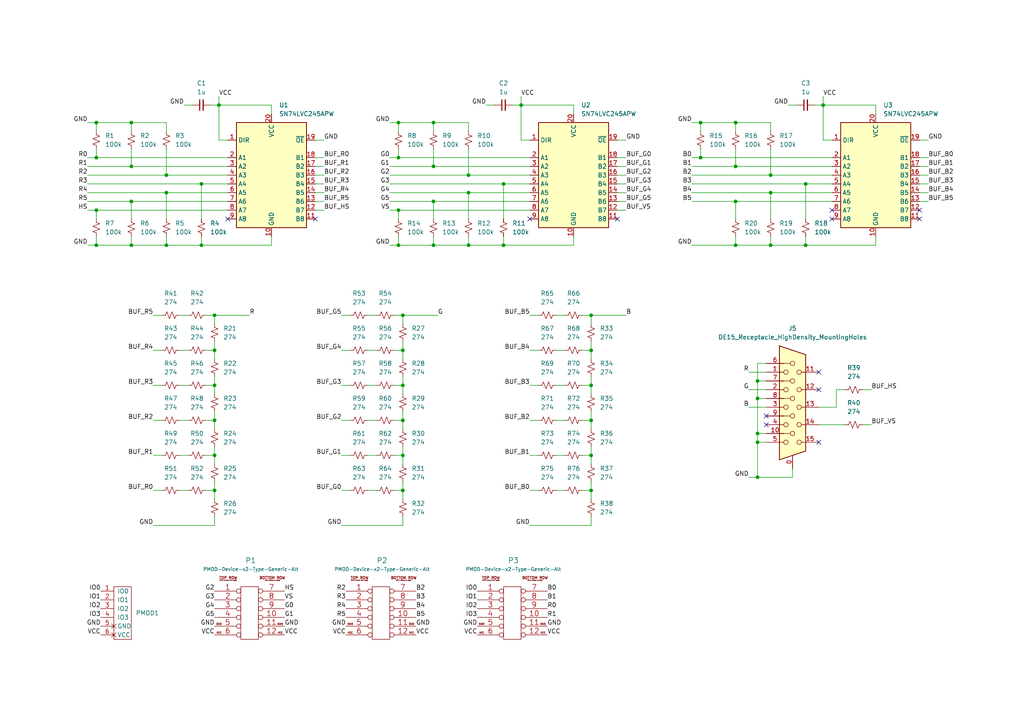
<source format=kicad_sch>
(kicad_sch (version 20231120) (generator "eeschema") (generator_version "8.0")
  (paper "A4")
  (lib_symbols
    (symbol "Connector:DE15_Receptacle_HighDensity_MountingHoles" (pin_names (offset 1.016) hide)
      (property "Reference" "J" (at 0 21.59 0))
      (property "Value" "DE15_Receptacle_HighDensity_MountingHoles" (at 0 19.05 0))
      (symbol "DE15_Receptacle_HighDensity_MountingHoles_1_1"
        (pin passive line (at 0 -17.78 90) (length 3.81) (name "~") (number "0"))
        (pin passive line (at -7.62 10.16 0) (length 5.08) (name "~") (number "1"))
        (pin passive line (at -7.62 -7.62 0) (length 5.08) (name "~") (number "10"))
        (pin passive line (at 7.62 10.16 180) (length 5.08) (name "~") (number "11"))
        (pin passive line (at 7.62 5.08 180) (length 5.08) (name "~") (number "12"))
        (pin passive line (at 7.62 0 180) (length 5.08) (name "~") (number "13"))
        (pin passive line (at 7.62 -5.08 180) (length 5.08) (name "~") (number "14"))
        (pin passive line (at 7.62 -10.16 180) (length 5.08) (name "~") (number "15"))
        (pin passive line (at -7.62 5.08 0) (length 5.08) (name "~") (number "2"))
        (pin passive line (at -7.62 0 0) (length 5.08) (name "~") (number "3"))
        (pin passive line (at -7.62 -5.08 0) (length 5.08) (name "~") (number "4"))
        (pin passive line (at -7.62 -10.16 0) (length 5.08) (name "~") (number "5"))
        (pin passive line (at -7.62 12.7 0) (length 5.08) (name "~") (number "6"))
        (pin passive line (at -7.62 7.62 0) (length 5.08) (name "~") (number "7"))
        (pin passive line (at -7.62 2.54 0) (length 5.08) (name "~") (number "8"))
        (pin passive line (at -7.62 -2.54 0) (length 5.08) (name "~") (number "9"))
      )
    )
    (symbol "Device:C_Small" (pin_numbers hide) (pin_names (offset 0.254) hide)
      (property "Reference" "C" (at 0.254 1.778 0))
      (property "Value" "C_Small" (at 0.254 -2.032 0))
      (symbol "C_Small_1_1"
        (pin passive line (at 0 2.54 270) (length 2.032) (name "~") (number "1"))
        (pin passive line (at 0 -2.54 90) (length 2.032) (name "~") (number "2"))
      )
    )
    (symbol "Device:R_Small_US" (pin_numbers hide) (pin_names (offset 0.254) hide)
      (property "Reference" "R" (at 0.762 0.508 0))
      (property "Value" "R_Small_US" (at 0.762 -1.016 0))
      (symbol "R_Small_US_1_1"
        (pin passive line (at 0 2.54 270) (length 1.016) (name "~") (number "1"))
        (pin passive line (at 0 -2.54 90) (length 1.016) (name "~") (number "2"))
      )
    )
    (symbol "Logic_LevelTranslator:SN74LVC245APW"
      (property "Reference" "U" (at -10.16 17.78 0))
      (property "Value" "SN74LVC245APW" (at 10.16 17.78 0))
      (symbol "SN74LVC245APW_1_1"
        (pin input line (at -12.7 10.16 0) (length 2.54) (name "DIR") (number "1"))
        (pin power_in line (at 0 -17.78 90) (length 2.54) (name "GND") (number "10"))
        (pin bidirectional line (at 12.7 -12.7 180) (length 2.54) (name "B8") (number "11"))
        (pin bidirectional line (at 12.7 -10.16 180) (length 2.54) (name "B7") (number "12"))
        (pin bidirectional line (at 12.7 -7.62 180) (length 2.54) (name "B6") (number "13"))
        (pin bidirectional line (at 12.7 -5.08 180) (length 2.54) (name "B5") (number "14"))
        (pin bidirectional line (at 12.7 -2.54 180) (length 2.54) (name "B4") (number "15"))
        (pin bidirectional line (at 12.7 0 180) (length 2.54) (name "B3") (number "16"))
        (pin bidirectional line (at 12.7 2.54 180) (length 2.54) (name "B2") (number "17"))
        (pin bidirectional line (at 12.7 5.08 180) (length 2.54) (name "B1") (number "18"))
        (pin input line (at 12.7 10.16 180) (length 2.54) (name "~{OE}") (number "19"))
        (pin bidirectional line (at -12.7 5.08 0) (length 2.54) (name "A1") (number "2"))
        (pin power_in line (at 0 17.78 270) (length 2.54) (name "VCC") (number "20"))
        (pin bidirectional line (at -12.7 2.54 0) (length 2.54) (name "A2") (number "3"))
        (pin bidirectional line (at -12.7 0 0) (length 2.54) (name "A3") (number "4"))
        (pin bidirectional line (at -12.7 -2.54 0) (length 2.54) (name "A4") (number "5"))
        (pin bidirectional line (at -12.7 -5.08 0) (length 2.54) (name "A5") (number "6"))
        (pin bidirectional line (at -12.7 -7.62 0) (length 2.54) (name "A6") (number "7"))
        (pin bidirectional line (at -12.7 -10.16 0) (length 2.54) (name "A7") (number "8"))
        (pin bidirectional line (at -12.7 -12.7 0) (length 2.54) (name "A8") (number "9"))
      )
    )
    (symbol "pmod:PMOD-Device-x2-Type-Generic-Alt" (pin_names (offset 1.016) hide)
      (property "Reference" "P" (at 2.54 16.51 0))
      (property "Value" "PMOD-Device-x2-Type-Generic-Alt" (at 2.286 -1.016 0))
      (symbol "PMOD-Device-x2-Type-Generic-Alt_0_0"
        (text "(Pins closest to edge)" (at -4.064 17.272 0) (effects (font (size 0.254 0.254)) (justify top)))
        (text "(Pins furthest from edge)" (at 8.763 17.272 0) (effects (font (size 0.254 0.254)) (justify top)))
        (text "BOTTOM ROW" (at -4.064 18.288 0) (effects (font (size 0.762 0.762)) (justify top)))
        (text "GND" (at -6.35 4.445 0) (effects (font (size 0.508 0.508))))
        (text "GND" (at 11.43 4.445 0) (effects (font (size 0.508 0.508))))
        (text "TOP ROW" (at 8.763 18.288 0) (effects (font (size 0.762 0.762)) (justify top)))
        (text "VCC" (at -6.35 1.905 0) (effects (font (size 0.508 0.508))))
        (text "VCC" (at 11.43 1.905 0) (effects (font (size 0.508 0.508))))
      )
      (symbol "PMOD-Device-x2-Type-Generic-Alt_1_1"
        (pin passive inverted (at 12.7 13.97 180) (length 7.62) (name "P1") (number "1"))
        (pin passive inverted (at -7.62 6.35 0) (length 7.62) (name "P10") (number "10"))
        (pin passive inverted (at -7.62 3.81 0) (length 7.62) (name "P11") (number "11"))
        (pin passive inverted (at -7.62 1.27 0) (length 7.62) (name "P12") (number "12"))
        (pin passive inverted (at 12.7 11.43 180) (length 7.62) (name "P2") (number "2"))
        (pin passive inverted (at 12.7 8.89 180) (length 7.62) (name "P3") (number "3"))
        (pin passive inverted (at 12.7 6.35 180) (length 7.62) (name "P4") (number "4"))
        (pin passive inverted (at 12.7 3.81 180) (length 7.62) (name "P5") (number "5"))
        (pin passive inverted (at 12.7 1.27 180) (length 7.62) (name "P6") (number "6"))
        (pin passive inverted (at -7.62 13.97 0) (length 7.62) (name "P7") (number "7"))
        (pin passive inverted (at -7.62 11.43 0) (length 7.62) (name "P8") (number "8"))
        (pin passive inverted (at -7.62 8.89 0) (length 7.62) (name "P9") (number "9"))
      )
    )
    (symbol "pmod:PMOD-Host-x1-GPIO" (pin_names (offset 1.016))
      (property "Reference" "PMOD" (at -1.27 -1.27 0))
      (symbol "PMOD-Host-x1-GPIO_1_1"
        (pin bidirectional line (at -3.81 13.97 0) (length 3.81) (name "IO0") (number "1"))
        (pin bidirectional line (at -3.81 11.43 0) (length 3.81) (name "IO1") (number "2"))
        (pin bidirectional line (at -3.81 8.89 0) (length 3.81) (name "IO2") (number "3"))
        (pin bidirectional line (at -3.81 6.35 0) (length 3.81) (name "IO3") (number "4"))
        (pin power_in non_logic (at -3.81 3.81 0) (length 3.81) (name "GND") (number "5"))
        (pin power_in non_logic (at -3.81 1.27 0) (length 3.81) (name "VCC") (number "6"))
      )
    )
  )
  (junction (at 171.45 91.44))
  (junction (at 27.94 45.72))
  (junction (at 116.84 91.44))
  (junction (at 171.45 121.92))
  (junction (at 233.68 71.12))
  (junction (at 151.13 30.48))
  (junction (at 219.71 138.43))
  (junction (at 171.45 111.76))
  (junction (at 219.71 115.57))
  (junction (at 115.57 60.96))
  (junction (at 213.36 58.42))
  (junction (at 203.2 45.72))
  (junction (at 219.71 128.27))
  (junction (at 48.26 71.12))
  (junction (at 213.36 48.26))
  (junction (at 223.52 71.12))
  (junction (at 62.23 121.92))
  (junction (at 238.76 30.48))
  (junction (at 135.89 71.12))
  (junction (at 38.1 58.42))
  (junction (at 38.1 71.12))
  (junction (at 115.57 71.12))
  (junction (at 223.52 50.8))
  (junction (at 171.45 132.08))
  (junction (at 213.36 35.56))
  (junction (at 116.84 132.08))
  (junction (at 116.84 111.76))
  (junction (at 27.94 60.96))
  (junction (at 213.36 71.12))
  (junction (at 135.89 55.88))
  (junction (at 62.23 101.6))
  (junction (at 171.45 142.24))
  (junction (at 125.73 35.56))
  (junction (at 58.42 53.34))
  (junction (at 62.23 111.76))
  (junction (at 62.23 142.24))
  (junction (at 62.23 91.44))
  (junction (at 219.71 110.49))
  (junction (at 38.1 48.26))
  (junction (at 125.73 58.42))
  (junction (at 115.57 45.72))
  (junction (at 125.73 48.26))
  (junction (at 125.73 71.12))
  (junction (at 135.89 50.8))
  (junction (at 219.71 125.73))
  (junction (at 171.45 101.6))
  (junction (at 116.84 121.92))
  (junction (at 27.94 35.56))
  (junction (at 203.2 35.56))
  (junction (at 116.84 101.6))
  (junction (at 233.68 53.34))
  (junction (at 62.23 132.08))
  (junction (at 223.52 55.88))
  (junction (at 58.42 71.12))
  (junction (at 38.1 35.56))
  (junction (at 48.26 55.88))
  (junction (at 48.26 50.8))
  (junction (at 27.94 71.12))
  (junction (at 115.57 35.56))
  (junction (at 146.05 53.34))
  (junction (at 63.5 30.48))
  (junction (at 146.05 71.12))
  (junction (at 116.84 142.24))
  (no_connect (at 153.67 63.5))
  (no_connect (at 266.7 63.5))
  (no_connect (at 237.49 113.03))
  (no_connect (at 179.07 63.5))
  (no_connect (at 222.25 123.19))
  (no_connect (at 237.49 107.95))
  (no_connect (at 237.49 128.27))
  (no_connect (at 66.04 63.5))
  (no_connect (at 266.7 60.96))
  (no_connect (at 91.44 63.5))
  (no_connect (at 241.3 60.96))
  (no_connect (at 241.3 63.5))
  (no_connect (at 222.25 120.65))
  (wire (pts (xy 242.57 113.03) (xy 245.11 113.03)))
  (wire (pts (xy 179.07 45.72) (xy 181.61 45.72)))
  (wire (pts (xy 125.73 35.56) (xy 135.89 35.56)))
  (wire (pts (xy 151.13 30.48) (xy 166.37 30.48)))
  (wire (pts (xy 125.73 71.12) (xy 135.89 71.12)))
  (wire (pts (xy 91.44 58.42) (xy 93.98 58.42)))
  (wire (pts (xy 200.66 53.34) (xy 233.68 53.34)))
  (wire (pts (xy 62.23 124.46) (xy 62.23 121.92)))
  (wire (pts (xy 91.44 40.64) (xy 93.98 40.64)))
  (wire (pts (xy 223.52 50.8) (xy 241.3 50.8)))
  (wire (pts (xy 168.91 91.44) (xy 171.45 91.44)))
  (wire (pts (xy 151.13 40.64) (xy 153.67 40.64)))
  (wire (pts (xy 135.89 68.58) (xy 135.89 71.12)))
  (wire (pts (xy 266.7 50.8) (xy 269.24 50.8)))
  (wire (pts (xy 171.45 144.78) (xy 171.45 142.24)))
  (wire (pts (xy 166.37 71.12) (xy 166.37 68.58)))
  (wire (pts (xy 63.5 27.94) (xy 63.5 30.48)))
  (wire (pts (xy 27.94 35.56) (xy 25.4 35.56)))
  (wire (pts (xy 231.14 30.48) (xy 228.6 30.48)))
  (wire (pts (xy 153.67 91.44) (xy 156.21 91.44)))
  (wire (pts (xy 166.37 30.48) (xy 166.37 33.02)))
  (wire (pts (xy 223.52 68.58) (xy 223.52 71.12)))
  (wire (pts (xy 219.71 125.73) (xy 222.25 125.73)))
  (wire (pts (xy 161.29 111.76) (xy 163.83 111.76)))
  (wire (pts (xy 27.94 60.96) (xy 25.4 60.96)))
  (wire (pts (xy 127 91.44) (xy 116.84 91.44)))
  (wire (pts (xy 27.94 43.18) (xy 27.94 45.72)))
  (wire (pts (xy 114.3 101.6) (xy 116.84 101.6)))
  (wire (pts (xy 179.07 53.34) (xy 181.61 53.34)))
  (wire (pts (xy 59.69 111.76) (xy 62.23 111.76)))
  (wire (pts (xy 156.21 142.24) (xy 153.67 142.24)))
  (wire (pts (xy 91.44 60.96) (xy 93.98 60.96)))
  (wire (pts (xy 168.91 142.24) (xy 171.45 142.24)))
  (wire (pts (xy 151.13 40.64) (xy 151.13 30.48)))
  (wire (pts (xy 27.94 68.58) (xy 27.94 71.12)))
  (wire (pts (xy 135.89 38.1) (xy 135.89 35.56)))
  (wire (pts (xy 58.42 53.34) (xy 66.04 53.34)))
  (wire (pts (xy 222.25 105.41) (xy 219.71 105.41)))
  (wire (pts (xy 48.26 68.58) (xy 48.26 71.12)))
  (wire (pts (xy 222.25 128.27) (xy 219.71 128.27)))
  (wire (pts (xy 250.19 123.19) (xy 252.73 123.19)))
  (wire (pts (xy 238.76 30.48) (xy 254 30.48)))
  (wire (pts (xy 58.42 53.34) (xy 58.42 63.5)))
  (wire (pts (xy 213.36 35.56) (xy 223.52 35.56)))
  (wire (pts (xy 168.91 132.08) (xy 171.45 132.08)))
  (wire (pts (xy 217.17 138.43) (xy 219.71 138.43)))
  (wire (pts (xy 101.6 111.76) (xy 99.06 111.76)))
  (wire (pts (xy 62.23 114.3) (xy 62.23 111.76)))
  (wire (pts (xy 116.84 93.98) (xy 116.84 91.44)))
  (wire (pts (xy 266.7 40.64) (xy 269.24 40.64)))
  (wire (pts (xy 27.94 35.56) (xy 38.1 35.56)))
  (wire (pts (xy 44.45 132.08) (xy 46.99 132.08)))
  (wire (pts (xy 116.84 149.86) (xy 116.84 152.4)))
  (wire (pts (xy 179.07 50.8) (xy 181.61 50.8)))
  (wire (pts (xy 254 71.12) (xy 254 68.58)))
  (wire (pts (xy 219.71 125.73) (xy 219.71 115.57)))
  (wire (pts (xy 125.73 68.58) (xy 125.73 71.12)))
  (wire (pts (xy 27.94 71.12) (xy 38.1 71.12)))
  (wire (pts (xy 101.6 142.24) (xy 99.06 142.24)))
  (wire (pts (xy 223.52 38.1) (xy 223.52 35.56)))
  (wire (pts (xy 38.1 35.56) (xy 48.26 35.56)))
  (wire (pts (xy 116.84 114.3) (xy 116.84 111.76)))
  (wire (pts (xy 91.44 50.8) (xy 93.98 50.8)))
  (wire (pts (xy 115.57 68.58) (xy 115.57 71.12)))
  (wire (pts (xy 135.89 50.8) (xy 153.67 50.8)))
  (wire (pts (xy 203.2 35.56) (xy 213.36 35.56)))
  (wire (pts (xy 48.26 55.88) (xy 48.26 63.5)))
  (wire (pts (xy 78.74 30.48) (xy 78.74 33.02)))
  (wire (pts (xy 66.04 60.96) (xy 27.94 60.96)))
  (wire (pts (xy 171.45 119.38) (xy 171.45 121.92)))
  (wire (pts (xy 27.94 60.96) (xy 27.94 63.5)))
  (wire (pts (xy 106.68 132.08) (xy 109.22 132.08)))
  (wire (pts (xy 115.57 45.72) (xy 153.67 45.72)))
  (wire (pts (xy 135.89 55.88) (xy 135.89 63.5)))
  (wire (pts (xy 171.45 93.98) (xy 171.45 91.44)))
  (wire (pts (xy 223.52 55.88) (xy 241.3 55.88)))
  (wire (pts (xy 62.23 144.78) (xy 62.23 142.24)))
  (wire (pts (xy 135.89 55.88) (xy 153.67 55.88)))
  (wire (pts (xy 200.66 48.26) (xy 213.36 48.26)))
  (wire (pts (xy 223.52 55.88) (xy 223.52 63.5)))
  (wire (pts (xy 44.45 101.6) (xy 46.99 101.6)))
  (wire (pts (xy 38.1 71.12) (xy 48.26 71.12)))
  (wire (pts (xy 171.45 152.4) (xy 153.67 152.4)))
  (wire (pts (xy 116.84 152.4) (xy 99.06 152.4)))
  (wire (pts (xy 213.36 68.58) (xy 213.36 71.12)))
  (wire (pts (xy 229.87 135.89) (xy 229.87 138.43)))
  (wire (pts (xy 116.84 99.06) (xy 116.84 101.6)))
  (wire (pts (xy 116.84 109.22) (xy 116.84 111.76)))
  (wire (pts (xy 63.5 30.48) (xy 78.74 30.48)))
  (wire (pts (xy 179.07 48.26) (xy 181.61 48.26)))
  (wire (pts (xy 219.71 115.57) (xy 222.25 115.57)))
  (wire (pts (xy 91.44 53.34) (xy 93.98 53.34)))
  (wire (pts (xy 44.45 91.44) (xy 46.99 91.44)))
  (wire (pts (xy 125.73 48.26) (xy 153.67 48.26)))
  (wire (pts (xy 25.4 45.72) (xy 27.94 45.72)))
  (wire (pts (xy 106.68 91.44) (xy 109.22 91.44)))
  (wire (pts (xy 168.91 111.76) (xy 171.45 111.76)))
  (wire (pts (xy 146.05 68.58) (xy 146.05 71.12)))
  (wire (pts (xy 238.76 27.94) (xy 238.76 30.48)))
  (wire (pts (xy 78.74 71.12) (xy 78.74 68.58)))
  (wire (pts (xy 62.23 139.7) (xy 62.23 142.24)))
  (wire (pts (xy 161.29 101.6) (xy 163.83 101.6)))
  (wire (pts (xy 99.06 91.44) (xy 101.6 91.44)))
  (wire (pts (xy 48.26 71.12) (xy 58.42 71.12)))
  (wire (pts (xy 213.36 58.42) (xy 241.3 58.42)))
  (wire (pts (xy 60.96 30.48) (xy 63.5 30.48)))
  (wire (pts (xy 46.99 142.24) (xy 44.45 142.24)))
  (wire (pts (xy 125.73 35.56) (xy 125.73 38.1)))
  (wire (pts (xy 106.68 101.6) (xy 109.22 101.6)))
  (wire (pts (xy 200.66 71.12) (xy 213.36 71.12)))
  (wire (pts (xy 62.23 109.22) (xy 62.23 111.76)))
  (wire (pts (xy 91.44 45.72) (xy 93.98 45.72)))
  (wire (pts (xy 153.67 60.96) (xy 115.57 60.96)))
  (wire (pts (xy 62.23 134.62) (xy 62.23 132.08)))
  (wire (pts (xy 219.71 115.57) (xy 219.71 110.49)))
  (wire (pts (xy 63.5 40.64) (xy 66.04 40.64)))
  (wire (pts (xy 203.2 45.72) (xy 241.3 45.72)))
  (wire (pts (xy 200.66 45.72) (xy 203.2 45.72)))
  (wire (pts (xy 38.1 43.18) (xy 38.1 48.26)))
  (wire (pts (xy 116.84 124.46) (xy 116.84 121.92)))
  (wire (pts (xy 219.71 105.41) (xy 219.71 110.49)))
  (wire (pts (xy 62.23 99.06) (xy 62.23 101.6)))
  (wire (pts (xy 161.29 132.08) (xy 163.83 132.08)))
  (wire (pts (xy 171.45 124.46) (xy 171.45 121.92)))
  (wire (pts (xy 113.03 50.8) (xy 135.89 50.8)))
  (wire (pts (xy 213.36 35.56) (xy 213.36 38.1)))
  (wire (pts (xy 266.7 53.34) (xy 269.24 53.34)))
  (wire (pts (xy 59.69 91.44) (xy 62.23 91.44)))
  (wire (pts (xy 113.03 71.12) (xy 115.57 71.12)))
  (wire (pts (xy 233.68 68.58) (xy 233.68 71.12)))
  (wire (pts (xy 125.73 58.42) (xy 153.67 58.42)))
  (wire (pts (xy 99.06 132.08) (xy 101.6 132.08)))
  (wire (pts (xy 179.07 60.96) (xy 181.61 60.96)))
  (wire (pts (xy 116.84 104.14) (xy 116.84 101.6)))
  (wire (pts (xy 62.23 119.38) (xy 62.23 121.92)))
  (wire (pts (xy 171.45 114.3) (xy 171.45 111.76)))
  (wire (pts (xy 38.1 68.58) (xy 38.1 71.12)))
  (wire (pts (xy 125.73 43.18) (xy 125.73 48.26)))
  (wire (pts (xy 58.42 68.58) (xy 58.42 71.12)))
  (wire (pts (xy 91.44 48.26) (xy 93.98 48.26)))
  (wire (pts (xy 46.99 111.76) (xy 44.45 111.76)))
  (wire (pts (xy 106.68 111.76) (xy 109.22 111.76)))
  (wire (pts (xy 171.45 109.22) (xy 171.45 111.76)))
  (wire (pts (xy 223.52 43.18) (xy 223.52 50.8)))
  (wire (pts (xy 113.03 55.88) (xy 135.89 55.88)))
  (wire (pts (xy 171.45 134.62) (xy 171.45 132.08)))
  (wire (pts (xy 113.03 45.72) (xy 115.57 45.72)))
  (wire (pts (xy 114.3 121.92) (xy 116.84 121.92)))
  (wire (pts (xy 252.73 113.03) (xy 250.19 113.03)))
  (wire (pts (xy 115.57 60.96) (xy 113.03 60.96)))
  (wire (pts (xy 146.05 71.12) (xy 166.37 71.12)))
  (wire (pts (xy 58.42 71.12) (xy 78.74 71.12)))
  (wire (pts (xy 168.91 121.92) (xy 171.45 121.92)))
  (wire (pts (xy 25.4 71.12) (xy 27.94 71.12)))
  (wire (pts (xy 213.36 43.18) (xy 213.36 48.26)))
  (wire (pts (xy 115.57 35.56) (xy 115.57 38.1)))
  (wire (pts (xy 113.03 58.42) (xy 125.73 58.42)))
  (wire (pts (xy 116.84 119.38) (xy 116.84 121.92)))
  (wire (pts (xy 62.23 93.98) (xy 62.23 91.44)))
  (wire (pts (xy 168.91 101.6) (xy 171.45 101.6)))
  (wire (pts (xy 229.87 138.43) (xy 219.71 138.43)))
  (wire (pts (xy 114.3 111.76) (xy 116.84 111.76)))
  (wire (pts (xy 213.36 58.42) (xy 213.36 63.5)))
  (wire (pts (xy 171.45 129.54) (xy 171.45 132.08)))
  (wire (pts (xy 233.68 71.12) (xy 254 71.12)))
  (wire (pts (xy 266.7 45.72) (xy 269.24 45.72)))
  (wire (pts (xy 161.29 121.92) (xy 163.83 121.92)))
  (wire (pts (xy 115.57 71.12) (xy 125.73 71.12)))
  (wire (pts (xy 213.36 48.26) (xy 241.3 48.26)))
  (wire (pts (xy 203.2 43.18) (xy 203.2 45.72)))
  (wire (pts (xy 125.73 58.42) (xy 125.73 63.5)))
  (wire (pts (xy 171.45 99.06) (xy 171.45 101.6)))
  (wire (pts (xy 171.45 149.86) (xy 171.45 152.4)))
  (wire (pts (xy 153.67 101.6) (xy 156.21 101.6)))
  (wire (pts (xy 115.57 35.56) (xy 113.03 35.56)))
  (wire (pts (xy 223.52 71.12) (xy 233.68 71.12)))
  (wire (pts (xy 116.84 129.54) (xy 116.84 132.08)))
  (wire (pts (xy 266.7 48.26) (xy 269.24 48.26)))
  (wire (pts (xy 63.5 30.48) (xy 63.5 40.64)))
  (wire (pts (xy 219.71 128.27) (xy 219.71 138.43)))
  (wire (pts (xy 38.1 48.26) (xy 66.04 48.26)))
  (wire (pts (xy 52.07 111.76) (xy 54.61 111.76)))
  (wire (pts (xy 156.21 111.76) (xy 153.67 111.76)))
  (wire (pts (xy 113.03 48.26) (xy 125.73 48.26)))
  (wire (pts (xy 242.57 113.03) (xy 242.57 118.11)))
  (wire (pts (xy 62.23 149.86) (xy 62.23 152.4)))
  (wire (pts (xy 146.05 53.34) (xy 146.05 63.5)))
  (wire (pts (xy 116.84 144.78) (xy 116.84 142.24)))
  (wire (pts (xy 200.66 58.42) (xy 213.36 58.42)))
  (wire (pts (xy 266.7 55.88) (xy 269.24 55.88)))
  (wire (pts (xy 266.7 58.42) (xy 269.24 58.42)))
  (wire (pts (xy 114.3 142.24) (xy 116.84 142.24)))
  (wire (pts (xy 233.68 53.34) (xy 241.3 53.34)))
  (wire (pts (xy 217.17 113.03) (xy 222.25 113.03)))
  (wire (pts (xy 106.68 142.24) (xy 109.22 142.24)))
  (wire (pts (xy 38.1 58.42) (xy 38.1 63.5)))
  (wire (pts (xy 148.59 30.48) (xy 151.13 30.48)))
  (wire (pts (xy 52.07 132.08) (xy 54.61 132.08)))
  (wire (pts (xy 59.69 121.92) (xy 62.23 121.92)))
  (wire (pts (xy 200.66 50.8) (xy 223.52 50.8)))
  (wire (pts (xy 116.84 139.7) (xy 116.84 142.24)))
  (wire (pts (xy 62.23 104.14) (xy 62.23 101.6)))
  (wire (pts (xy 52.07 121.92) (xy 54.61 121.92)))
  (wire (pts (xy 27.94 45.72) (xy 66.04 45.72)))
  (wire (pts (xy 217.17 107.95) (xy 222.25 107.95)))
  (wire (pts (xy 91.44 55.88) (xy 93.98 55.88)))
  (wire (pts (xy 55.88 30.48) (xy 53.34 30.48)))
  (wire (pts (xy 38.1 58.42) (xy 66.04 58.42)))
  (wire (pts (xy 179.07 40.64) (xy 181.61 40.64)))
  (wire (pts (xy 135.89 71.12) (xy 146.05 71.12)))
  (wire (pts (xy 62.23 152.4) (xy 44.45 152.4)))
  (wire (pts (xy 48.26 38.1) (xy 48.26 35.56)))
  (wire (pts (xy 238.76 30.48) (xy 238.76 40.64)))
  (wire (pts (xy 106.68 121.92) (xy 109.22 121.92)))
  (wire (pts (xy 114.3 91.44) (xy 116.84 91.44)))
  (wire (pts (xy 25.4 58.42) (xy 38.1 58.42)))
  (wire (pts (xy 52.07 101.6) (xy 54.61 101.6)))
  (wire (pts (xy 25.4 50.8) (xy 48.26 50.8)))
  (wire (pts (xy 153.67 132.08) (xy 156.21 132.08)))
  (wire (pts (xy 179.07 55.88) (xy 181.61 55.88)))
  (wire (pts (xy 27.94 35.56) (xy 27.94 38.1)))
  (wire (pts (xy 153.67 121.92) (xy 156.21 121.92)))
  (wire (pts (xy 203.2 35.56) (xy 200.66 35.56)))
  (wire (pts (xy 99.06 101.6) (xy 101.6 101.6)))
  (wire (pts (xy 237.49 123.19) (xy 245.11 123.19)))
  (wire (pts (xy 25.4 48.26) (xy 38.1 48.26)))
  (wire (pts (xy 200.66 55.88) (xy 223.52 55.88)))
  (wire (pts (xy 115.57 60.96) (xy 115.57 63.5)))
  (wire (pts (xy 219.71 128.27) (xy 219.71 125.73)))
  (wire (pts (xy 44.45 121.92) (xy 46.99 121.92)))
  (wire (pts (xy 48.26 55.88) (xy 66.04 55.88)))
  (wire (pts (xy 99.06 121.92) (xy 101.6 121.92)))
  (wire (pts (xy 62.23 129.54) (xy 62.23 132.08)))
  (wire (pts (xy 233.68 53.34) (xy 233.68 63.5)))
  (wire (pts (xy 219.71 110.49) (xy 222.25 110.49)))
  (wire (pts (xy 59.69 132.08) (xy 62.23 132.08)))
  (wire (pts (xy 25.4 53.34) (xy 58.42 53.34)))
  (wire (pts (xy 161.29 91.44) (xy 163.83 91.44)))
  (wire (pts (xy 213.36 71.12) (xy 223.52 71.12)))
  (wire (pts (xy 217.17 118.11) (xy 222.25 118.11)))
  (wire (pts (xy 236.22 30.48) (xy 238.76 30.48)))
  (wire (pts (xy 115.57 43.18) (xy 115.57 45.72)))
  (wire (pts (xy 238.76 40.64) (xy 241.3 40.64)))
  (wire (pts (xy 25.4 55.88) (xy 48.26 55.88)))
  (wire (pts (xy 72.39 91.44) (xy 62.23 91.44)))
  (wire (pts (xy 116.84 134.62) (xy 116.84 132.08)))
  (wire (pts (xy 59.69 142.24) (xy 62.23 142.24)))
  (wire (pts (xy 38.1 35.56) (xy 38.1 38.1)))
  (wire (pts (xy 161.29 142.24) (xy 163.83 142.24)))
  (wire (pts (xy 242.57 118.11) (xy 237.49 118.11)))
  (wire (pts (xy 48.26 43.18) (xy 48.26 50.8)))
  (wire (pts (xy 254 30.48) (xy 254 33.02)))
  (wire (pts (xy 181.61 91.44) (xy 171.45 91.44)))
  (wire (pts (xy 143.51 30.48) (xy 140.97 30.48)))
  (wire (pts (xy 48.26 50.8) (xy 66.04 50.8)))
  (wire (pts (xy 52.07 91.44) (xy 54.61 91.44)))
  (wire (pts (xy 171.45 139.7) (xy 171.45 142.24)))
  (wire (pts (xy 115.57 35.56) (xy 125.73 35.56)))
  (wire (pts (xy 52.07 142.24) (xy 54.61 142.24)))
  (wire (pts (xy 146.05 53.34) (xy 153.67 53.34)))
  (wire (pts (xy 59.69 101.6) (xy 62.23 101.6)))
  (wire (pts (xy 179.07 58.42) (xy 181.61 58.42)))
  (wire (pts (xy 135.89 43.18) (xy 135.89 50.8)))
  (wire (pts (xy 113.03 53.34) (xy 146.05 53.34)))
  (wire (pts (xy 151.13 27.94) (xy 151.13 30.48)))
  (wire (pts (xy 171.45 104.14) (xy 171.45 101.6)))
  (wire (pts (xy 203.2 35.56) (xy 203.2 38.1)))
  (wire (pts (xy 114.3 132.08) (xy 116.84 132.08)))
  (label "VCC" (at 238.76 27.94 0))
  (label "BUF_R4" (at 93.98 55.88 0))
  (label "BUF_R2" (at 44.45 121.92 180))
  (label "IO0" (at 29.21 171.45 180))
  (label "BUF_G2" (at 99.06 121.92 180))
  (label "R5" (at 25.4 58.42 180))
  (label "R2" (at 100.33 171.45 180))
  (label "BUF_R0" (at 93.98 45.72 0))
  (label "GND" (at 53.34 30.48 180))
  (label "BUF_HS" (at 252.73 113.03 0))
  (label "G" (at 127 91.44 0))
  (label "BUF_B4" (at 269.24 55.88 0))
  (label "BUF_G1" (at 181.61 48.26 0))
  (label "BUF_R4" (at 44.45 101.6 180))
  (label "B" (at 181.61 91.44 0))
  (label "VCC" (at 63.5 27.94 0))
  (label "BUF_G2" (at 181.61 50.8 0))
  (label "BUF_VS" (at 181.61 60.96 0))
  (label "GND" (at 82.55 181.61 0))
  (label "GND" (at 228.6 30.48 180))
  (label "GND" (at 158.75 181.61 0))
  (label "B0" (at 158.75 171.45 0))
  (label "BUF_G5" (at 181.61 58.42 0))
  (label "GND" (at 138.43 181.61 180))
  (label "BUF_B5" (at 153.67 91.44 180))
  (label "BUF_B3" (at 153.67 111.76 180))
  (label "B" (at 217.17 118.11 180))
  (label "R3" (at 25.4 53.34 180))
  (label "G" (at 217.17 113.03 180))
  (label "G3" (at 62.23 173.99 180))
  (label "R0" (at 158.75 176.53 0))
  (label "R5" (at 100.33 179.07 180))
  (label "VCC" (at 120.65 184.15 0))
  (label "GND" (at 113.03 35.56 180))
  (label "GND" (at 120.65 181.61 0))
  (label "R1" (at 158.75 179.07 0))
  (label "IO3" (at 29.21 179.07 180))
  (label "BUF_B0" (at 269.24 45.72 0))
  (label "R1" (at 25.4 48.26 180))
  (label "GND" (at 62.23 181.61 180))
  (label "BUF_G3" (at 181.61 53.34 0))
  (label "B4" (at 200.66 55.88 180))
  (label "GND" (at 140.97 30.48 180))
  (label "GND" (at 93.98 40.64 0))
  (label "G4" (at 62.23 176.53 180))
  (label "VCC" (at 62.23 184.15 180))
  (label "HS" (at 82.55 171.45 0))
  (label "G0" (at 113.03 45.72 180))
  (label "B1" (at 200.66 48.26 180))
  (label "BUF_G3" (at 99.06 111.76 180))
  (label "IO1" (at 138.43 173.99 180))
  (label "BUF_B1" (at 269.24 48.26 0))
  (label "BUF_R2" (at 93.98 50.8 0))
  (label "R2" (at 25.4 50.8 180))
  (label "B0" (at 200.66 45.72 180))
  (label "B4" (at 120.65 176.53 0))
  (label "G1" (at 82.55 179.07 0))
  (label "BUF_R0" (at 44.45 142.24 180))
  (label "BUF_B1" (at 153.67 132.08 180))
  (label "R4" (at 100.33 176.53 180))
  (label "R0" (at 25.4 45.72 180))
  (label "GND" (at 217.17 138.43 180))
  (label "VCC" (at 158.75 184.15 0))
  (label "GND" (at 29.21 181.61 180))
  (label "G5" (at 62.23 179.07 180))
  (label "BUF_G0" (at 99.06 142.24 180))
  (label "B2" (at 200.66 50.8 180))
  (label "VS" (at 113.03 60.96 180))
  (label "VCC" (at 151.13 27.94 0))
  (label "G5" (at 113.03 58.42 180))
  (label "GND" (at 25.4 35.56 180))
  (label "BUF_VS" (at 252.73 123.19 0))
  (label "BUF_R3" (at 44.45 111.76 180))
  (label "R" (at 72.39 91.44 0))
  (label "VS" (at 82.55 173.99 0))
  (label "GND" (at 44.45 152.4 180))
  (label "IO2" (at 138.43 176.53 180))
  (label "G1" (at 113.03 48.26 180))
  (label "VCC" (at 138.43 184.15 180))
  (label "G0" (at 82.55 176.53 0))
  (label "BUF_B2" (at 153.67 121.92 180))
  (label "IO1" (at 29.21 173.99 180))
  (label "R4" (at 25.4 55.88 180))
  (label "G2" (at 62.23 171.45 180))
  (label "BUF_R3" (at 93.98 53.34 0))
  (label "R" (at 217.17 107.95 180))
  (label "BUF_R1" (at 93.98 48.26 0))
  (label "BUF_B0" (at 153.67 142.24 180))
  (label "GND" (at 113.03 71.12 180))
  (label "BUF_G1" (at 99.06 132.08 180))
  (label "VCC" (at 100.33 184.15 180))
  (label "B3" (at 200.66 53.34 180))
  (label "BUF_R5" (at 44.45 91.44 180))
  (label "G2" (at 113.03 50.8 180))
  (label "GND" (at 200.66 35.56 180))
  (label "R3" (at 100.33 173.99 180))
  (label "BUF_B3" (at 269.24 53.34 0))
  (label "GND" (at 181.61 40.64 0))
  (label "BUF_G5" (at 99.06 91.44 180))
  (label "GND" (at 25.4 71.12 180))
  (label "B5" (at 120.65 179.07 0))
  (label "IO3" (at 138.43 179.07 180))
  (label "GND" (at 153.67 152.4 180))
  (label "B3" (at 120.65 173.99 0))
  (label "BUF_R5" (at 93.98 58.42 0))
  (label "B1" (at 158.75 173.99 0))
  (label "GND" (at 269.24 40.64 0))
  (label "BUF_G0" (at 181.61 45.72 0))
  (label "IO2" (at 29.21 176.53 180))
  (label "VCC" (at 82.55 184.15 0))
  (label "GND" (at 99.06 152.4 180))
  (label "BUF_B2" (at 269.24 50.8 0))
  (label "B5" (at 200.66 58.42 180))
  (label "BUF_R1" (at 44.45 132.08 180))
  (label "BUF_B4" (at 153.67 101.6 180))
  (label "VCC" (at 29.21 184.15 180))
  (label "BUF_G4" (at 99.06 101.6 180))
  (label "G4" (at 113.03 55.88 180))
  (label "IO0" (at 138.43 171.45 180))
  (label "GND" (at 200.66 71.12 180))
  (label "HS" (at 25.4 60.96 180))
  (label "BUF_G4" (at 181.61 55.88 0))
  (label "BUF_B5" (at 269.24 58.42 0))
  (label "GND" (at 100.33 181.61 180))
  (label "G3" (at 113.03 53.34 180))
  (label "B2" (at 120.65 171.45 0))
  (label "BUF_HS" (at 93.98 60.96 0))
  (symbol (lib_id "Device:R_Small_US") (at 111.76 121.92 270) (unit 1)
    (property "Reference" "R60" (at 111.76 115.57 90))
    (property "Value" "274" (at 111.76 118.11 90))
    (property "Footprint" "Resistor_SMD:R_0402_1005Metric" (effects (hide yes)))
    (property "Description" "Resistor, small US symbol" (effects (hide yes)))
  )
  (symbol (lib_id "Logic_LevelTranslator:SN74LVC245APW") (at 166.37 50.8 0) (unit 1)
    (property "Reference" "U2" (at 168.5641 30.48 0) (effects (justify left)))
    (property "Value" "SN74LVC245APW" (at 168.5641 33.02 0) (effects (justify left)))
    (property "Footprint" "Package_SO:TSSOP-20_4.4x6.5mm_P0.65mm" (effects (hide yes)))
    (property "Datasheet" "https://www.ti.com/lit/ds/scas218x/scas218x.pdf" (effects (hide yes)))
    (property "Description" "8-Bit Single-Supply Bus Transceiver With 5V tolerant input voltage and 3-State Outputs 24mA, TSSOP-20" (effects (hide yes)))
  )
  (symbol (lib_id "pmod:PMOD-Host-x1-GPIO") (at 33.02 185.42 0) (unit 1)
    (property "Reference" "PMOD1" (at 39.37 177.7999 0) (effects (justify left)))
    (property "Value" "PMOD-Host-x1-GPIO" (effects (hide yes)))
    (property "Footprint" "Connector_PinHeader_2.54mm:PinHeader_1x06_P2.54mm_Horizontal" (effects (hide yes)))
  )
  (symbol (lib_id "Device:R_Small_US") (at 111.76 132.08 270) (unit 1)
    (property "Reference" "R62" (at 111.76 125.73 90))
    (property "Value" "274" (at 111.76 128.27 90))
    (property "Footprint" "Resistor_SMD:R_0402_1005Metric" (effects (hide yes)))
    (property "Description" "Resistor, small US symbol" (effects (hide yes)))
  )
  (symbol (lib_id "Device:R_Small_US") (at 116.84 147.32 180) (unit 1)
    (property "Reference" "R32" (at 119.38 146.0499 0) (effects (justify right)))
    (property "Value" "274" (at 119.38 148.5899 0) (effects (justify right)))
    (property "Footprint" "Resistor_SMD:R_0402_1005Metric" (effects (hide yes)))
    (property "Description" "Resistor, small US symbol" (effects (hide yes)))
  )
  (symbol (lib_id "Device:R_Small_US") (at 57.15 121.92 270) (unit 1)
    (property "Reference" "R48" (at 57.15 115.57 90))
    (property "Value" "274" (at 57.15 118.11 90))
    (property "Footprint" "Resistor_SMD:R_0402_1005Metric" (effects (hide yes)))
    (property "Description" "Resistor, small US symbol" (effects (hide yes)))
  )
  (symbol (lib_id "Device:R_Small_US") (at 62.23 106.68 180) (unit 1)
    (property "Reference" "R22" (at 64.77 105.4099 0) (effects (justify right)))
    (property "Value" "274" (at 64.77 107.9499 0) (effects (justify right)))
    (property "Footprint" "Resistor_SMD:R_0402_1005Metric" (effects (hide yes)))
    (property "Description" "Resistor, small US symbol" (effects (hide yes)))
  )
  (symbol (lib_id "Device:R_Small_US") (at 166.37 91.44 270) (unit 1)
    (property "Reference" "R66" (at 166.37 85.09 90))
    (property "Value" "274" (at 166.37 87.63 90))
    (property "Footprint" "Resistor_SMD:R_0402_1005Metric" (effects (hide yes)))
    (property "Description" "Resistor, small US symbol" (effects (hide yes)))
  )
  (symbol (lib_id "Device:R_Small_US") (at 247.65 123.19 90) (unit 1)
    (property "Reference" "R40" (at 247.65 116.84 90))
    (property "Value" "274" (at 247.65 119.38 90))
    (property "Footprint" "Resistor_SMD:R_0402_1005Metric" (effects (hide yes)))
    (property "Description" "Resistor, small US symbol" (effects (hide yes)))
  )
  (symbol (lib_id "Device:R_Small_US") (at 104.14 142.24 270) (unit 1)
    (property "Reference" "R63" (at 104.14 135.89 90))
    (property "Value" "274" (at 104.14 138.43 90))
    (property "Footprint" "Resistor_SMD:R_0402_1005Metric" (effects (hide yes)))
    (property "Description" "Resistor, small US symbol" (effects (hide yes)))
  )
  (symbol (lib_id "Device:R_Small_US") (at 49.53 111.76 270) (unit 1)
    (property "Reference" "R45" (at 49.53 105.41 90))
    (property "Value" "274" (at 49.53 107.95 90))
    (property "Footprint" "Resistor_SMD:R_0402_1005Metric" (effects (hide yes)))
    (property "Description" "Resistor, small US symbol" (effects (hide yes)))
  )
  (symbol (lib_id "Device:R_Small_US") (at 171.45 96.52 180) (unit 1)
    (property "Reference" "R33" (at 173.99 95.2499 0) (effects (justify right)))
    (property "Value" "274" (at 173.99 97.7899 0) (effects (justify right)))
    (property "Footprint" "Resistor_SMD:R_0402_1005Metric" (effects (hide yes)))
    (property "Description" "Resistor, small US symbol" (effects (hide yes)))
  )
  (symbol (lib_id "Connector:DE15_Receptacle_HighDensity_MountingHoles") (at 229.87 118.11 0) (unit 1)
    (property "Reference" "J5" (at 229.87 95.25 0))
    (property "Value" "DE15_Receptacle_HighDensity_MountingHoles" (at 229.87 97.79 0))
    (property "Footprint" "Connector_Dsub:DSUB-15-HD_Female_Horizontal_P2.29x1.98mm_EdgePinOffset3.03mm_Housed_MountingHolesOffset4.94mm" (effects (hide yes)))
    (property "Datasheet" " ~" (effects (hide yes)))
    (property "Description" "15-pin female receptacle socket D-SUB connector, High density (3 columns), Triple Row, Generic, VGA-connector, Mounting Hole" (effects (hide yes)))
  )
  (symbol (lib_id "Device:R_Small_US") (at 57.15 111.76 270) (unit 1)
    (property "Reference" "R46" (at 57.15 105.41 90))
    (property "Value" "274" (at 57.15 107.95 90))
    (property "Footprint" "Resistor_SMD:R_0402_1005Metric" (effects (hide yes)))
    (property "Description" "Resistor, small US symbol" (effects (hide yes)))
  )
  (symbol (lib_id "Device:R_Small_US") (at 62.23 137.16 180) (unit 1)
    (property "Reference" "R25" (at 64.77 135.8899 0) (effects (justify right)))
    (property "Value" "274" (at 64.77 138.4299 0) (effects (justify right)))
    (property "Footprint" "Resistor_SMD:R_0402_1005Metric" (effects (hide yes)))
    (property "Description" "Resistor, small US symbol" (effects (hide yes)))
  )
  (symbol (lib_id "Device:R_Small_US") (at 104.14 132.08 270) (unit 1)
    (property "Reference" "R61" (at 104.14 125.73 90))
    (property "Value" "274" (at 104.14 128.27 90))
    (property "Footprint" "Resistor_SMD:R_0402_1005Metric" (effects (hide yes)))
    (property "Description" "Resistor, small US symbol" (effects (hide yes)))
  )
  (symbol (lib_id "Device:R_Small_US") (at 104.14 121.92 270) (unit 1)
    (property "Reference" "R59" (at 104.14 115.57 90))
    (property "Value" "274" (at 104.14 118.11 90))
    (property "Footprint" "Resistor_SMD:R_0402_1005Metric" (effects (hide yes)))
    (property "Description" "Resistor, small US symbol" (effects (hide yes)))
  )
  (symbol (lib_id "Device:R_Small_US") (at 116.84 96.52 180) (unit 1)
    (property "Reference" "R27" (at 119.38 95.2499 0) (effects (justify right)))
    (property "Value" "274" (at 119.38 97.7899 0) (effects (justify right)))
    (property "Footprint" "Resistor_SMD:R_0402_1005Metric" (effects (hide yes)))
    (property "Description" "Resistor, small US symbol" (effects (hide yes)))
  )
  (symbol (lib_id "pmod:PMOD-Device-x2-Type-Generic-Alt") (at 74.93 185.42 0) (mirror y) (unit 1)
    (property "Reference" "P1" (at 72.7217 162.56 0) (effects (font (size 1.524 1.524))))
    (property "Value" "PMOD-Device-x2-Type-Generic-Alt" (at 72.7217 165.1 0) (effects (font (size 0.9906 0.9906))))
    (property "Footprint" "pmod-conn_6x2:pmod_pin_array_6x2" (effects (hide yes)))
  )
  (symbol (lib_id "Device:R_Small_US") (at 111.76 101.6 270) (unit 1)
    (property "Reference" "R56" (at 111.76 95.25 90))
    (property "Value" "274" (at 111.76 97.79 90))
    (property "Footprint" "Resistor_SMD:R_0402_1005Metric" (effects (hide yes)))
    (property "Description" "Resistor, small US symbol" (effects (hide yes)))
  )
  (symbol (lib_id "Device:R_Small_US") (at 166.37 101.6 270) (unit 1)
    (property "Reference" "R68" (at 166.37 95.25 90))
    (property "Value" "274" (at 166.37 97.79 90))
    (property "Footprint" "Resistor_SMD:R_0402_1005Metric" (effects (hide yes)))
    (property "Description" "Resistor, small US symbol" (effects (hide yes)))
  )
  (symbol (lib_id "Device:R_Small_US") (at 104.14 101.6 270) (unit 1)
    (property "Reference" "R55" (at 104.14 95.25 90))
    (property "Value" "274" (at 104.14 97.79 90))
    (property "Footprint" "Resistor_SMD:R_0402_1005Metric" (effects (hide yes)))
    (property "Description" "Resistor, small US symbol" (effects (hide yes)))
  )
  (symbol (lib_id "Device:R_Small_US") (at 171.45 116.84 180) (unit 1)
    (property "Reference" "R35" (at 173.99 115.5699 0) (effects (justify right)))
    (property "Value" "274" (at 173.99 118.1099 0) (effects (justify right)))
    (property "Footprint" "Resistor_SMD:R_0402_1005Metric" (effects (hide yes)))
    (property "Description" "Resistor, small US symbol" (effects (hide yes)))
  )
  (symbol (lib_id "Device:R_Small_US") (at 116.84 127 180) (unit 1)
    (property "Reference" "R30" (at 119.38 125.7299 0) (effects (justify right)))
    (property "Value" "274" (at 119.38 128.2699 0) (effects (justify right)))
    (property "Footprint" "Resistor_SMD:R_0402_1005Metric" (effects (hide yes)))
    (property "Description" "Resistor, small US symbol" (effects (hide yes)))
  )
  (symbol (lib_id "Device:R_Small_US") (at 171.45 127 180) (unit 1)
    (property "Reference" "R36" (at 173.99 125.7299 0) (effects (justify right)))
    (property "Value" "274" (at 173.99 128.2699 0) (effects (justify right)))
    (property "Footprint" "Resistor_SMD:R_0402_1005Metric" (effects (hide yes)))
    (property "Description" "Resistor, small US symbol" (effects (hide yes)))
  )
  (symbol (lib_id "Device:R_Small_US") (at 223.52 40.64 0) (unit 1)
    (property "Reference" "R17" (at 226.06 39.3699 0) (effects (justify left)))
    (property "Value" "100k" (at 226.06 41.9099 0) (effects (justify left)))
    (property "Footprint" "Resistor_SMD:R_0402_1005Metric" (effects (hide yes)))
    (property "Description" "Resistor, small US symbol" (effects (hide yes)))
  )
  (symbol (lib_id "Device:R_Small_US") (at 104.14 111.76 270) (unit 1)
    (property "Reference" "R57" (at 104.14 105.41 90))
    (property "Value" "274" (at 104.14 107.95 90))
    (property "Footprint" "Resistor_SMD:R_0402_1005Metric" (effects (hide yes)))
    (property "Description" "Resistor, small US symbol" (effects (hide yes)))
  )
  (symbol (lib_id "Device:R_Small_US") (at 146.05 66.04 0) (unit 1)
    (property "Reference" "R11" (at 148.59 64.7699 0) (effects (justify left)))
    (property "Value" "100k" (at 148.59 67.3099 0) (effects (justify left)))
    (property "Footprint" "Resistor_SMD:R_0402_1005Metric" (effects (hide yes)))
    (property "Description" "Resistor, small US symbol" (effects (hide yes)))
  )
  (symbol (lib_id "Device:R_Small_US") (at 116.84 116.84 180) (unit 1)
    (property "Reference" "R29" (at 119.38 115.5699 0) (effects (justify right)))
    (property "Value" "274" (at 119.38 118.1099 0) (effects (justify right)))
    (property "Footprint" "Resistor_SMD:R_0402_1005Metric" (effects (hide yes)))
    (property "Description" "Resistor, small US symbol" (effects (hide yes)))
  )
  (symbol (lib_id "Device:R_Small_US") (at 166.37 132.08 270) (unit 1)
    (property "Reference" "R74" (at 166.37 125.73 90))
    (property "Value" "274" (at 166.37 128.27 90))
    (property "Footprint" "Resistor_SMD:R_0402_1005Metric" (effects (hide yes)))
    (property "Description" "Resistor, small US symbol" (effects (hide yes)))
  )
  (symbol (lib_id "Device:R_Small_US") (at 158.75 132.08 270) (unit 1)
    (property "Reference" "R73" (at 158.75 125.73 90))
    (property "Value" "274" (at 158.75 128.27 90))
    (property "Footprint" "Resistor_SMD:R_0402_1005Metric" (effects (hide yes)))
    (property "Description" "Resistor, small US symbol" (effects (hide yes)))
  )
  (symbol (lib_id "Device:R_Small_US") (at 203.2 40.64 0) (unit 1)
    (property "Reference" "R15" (at 205.74 39.3699 0) (effects (justify left)))
    (property "Value" "100k" (at 205.74 41.9099 0) (effects (justify left)))
    (property "Footprint" "Resistor_SMD:R_0402_1005Metric" (effects (hide yes)))
    (property "Description" "Resistor, small US symbol" (effects (hide yes)))
  )
  (symbol (lib_id "Device:R_Small_US") (at 57.15 132.08 270) (unit 1)
    (property "Reference" "R50" (at 57.15 125.73 90))
    (property "Value" "274" (at 57.15 128.27 90))
    (property "Footprint" "Resistor_SMD:R_0402_1005Metric" (effects (hide yes)))
    (property "Description" "Resistor, small US symbol" (effects (hide yes)))
  )
  (symbol (lib_id "Device:R_Small_US") (at 57.15 91.44 270) (unit 1)
    (property "Reference" "R42" (at 57.15 85.09 90))
    (property "Value" "274" (at 57.15 87.63 90))
    (property "Footprint" "Resistor_SMD:R_0402_1005Metric" (effects (hide yes)))
    (property "Description" "Resistor, small US symbol" (effects (hide yes)))
  )
  (symbol (lib_id "Device:R_Small_US") (at 27.94 40.64 0) (unit 1)
    (property "Reference" "R1" (at 30.48 39.3699 0) (effects (justify left)))
    (property "Value" "100k" (at 30.48 41.9099 0) (effects (justify left)))
    (property "Footprint" "Resistor_SMD:R_0402_1005Metric" (effects (hide yes)))
    (property "Description" "Resistor, small US symbol" (effects (hide yes)))
  )
  (symbol (lib_id "Device:R_Small_US") (at 135.89 40.64 0) (unit 1)
    (property "Reference" "R10" (at 138.43 39.3699 0) (effects (justify left)))
    (property "Value" "100k" (at 138.43 41.9099 0) (effects (justify left)))
    (property "Footprint" "Resistor_SMD:R_0402_1005Metric" (effects (hide yes)))
    (property "Description" "Resistor, small US symbol" (effects (hide yes)))
  )
  (symbol (lib_id "Device:R_Small_US") (at 27.94 66.04 0) (unit 1)
    (property "Reference" "R7" (at 30.48 64.7699 0) (effects (justify left)))
    (property "Value" "100k" (at 30.48 67.3099 0) (effects (justify left)))
    (property "Footprint" "Resistor_SMD:R_0402_1005Metric" (effects (hide yes)))
    (property "Description" "Resistor, small US symbol" (effects (hide yes)))
  )
  (symbol (lib_id "Device:C_Small") (at 146.05 30.48 90) (unit 1)
    (property "Reference" "C2" (at 146.0563 24.13 90))
    (property "Value" "1u" (at 146.0563 26.67 90))
    (property "Footprint" "Capacitor_SMD:C_0402_1005Metric" (effects (hide yes)))
    (property "Description" "Unpolarized capacitor, small symbol" (effects (hide yes)))
  )
  (symbol (lib_id "Device:R_Small_US") (at 158.75 111.76 270) (unit 1)
    (property "Reference" "R69" (at 158.75 105.41 90))
    (property "Value" "274" (at 158.75 107.95 90))
    (property "Footprint" "Resistor_SMD:R_0402_1005Metric" (effects (hide yes)))
    (property "Description" "Resistor, small US symbol" (effects (hide yes)))
  )
  (symbol (lib_id "Device:R_Small_US") (at 247.65 113.03 90) (unit 1)
    (property "Reference" "R39" (at 247.65 106.68 90))
    (property "Value" "274" (at 247.65 109.22 90))
    (property "Footprint" "Resistor_SMD:R_0402_1005Metric" (effects (hide yes)))
    (property "Description" "Resistor, small US symbol" (effects (hide yes)))
  )
  (symbol (lib_id "Device:R_Small_US") (at 166.37 142.24 270) (unit 1)
    (property "Reference" "R76" (at 166.37 135.89 90))
    (property "Value" "274" (at 166.37 138.43 90))
    (property "Footprint" "Resistor_SMD:R_0402_1005Metric" (effects (hide yes)))
    (property "Description" "Resistor, small US symbol" (effects (hide yes)))
  )
  (symbol (lib_id "Device:C_Small") (at 58.42 30.48 90) (unit 1)
    (property "Reference" "C1" (at 58.4263 24.13 90))
    (property "Value" "1u" (at 58.4263 26.67 90))
    (property "Footprint" "Capacitor_SMD:C_0402_1005Metric" (effects (hide yes)))
    (property "Description" "Unpolarized capacitor, small symbol" (effects (hide yes)))
  )
  (symbol (lib_id "Device:R_Small_US") (at 116.84 137.16 180) (unit 1)
    (property "Reference" "R31" (at 119.38 135.8899 0) (effects (justify right)))
    (property "Value" "274" (at 119.38 138.4299 0) (effects (justify right)))
    (property "Footprint" "Resistor_SMD:R_0402_1005Metric" (effects (hide yes)))
    (property "Description" "Resistor, small US symbol" (effects (hide yes)))
  )
  (symbol (lib_id "Device:R_Small_US") (at 125.73 40.64 0) (unit 1)
    (property "Reference" "R9" (at 128.27 39.3699 0) (effects (justify left)))
    (property "Value" "100k" (at 128.27 41.9099 0) (effects (justify left)))
    (property "Footprint" "Resistor_SMD:R_0402_1005Metric" (effects (hide yes)))
    (property "Description" "Resistor, small US symbol" (effects (hide yes)))
  )
  (symbol (lib_id "Logic_LevelTranslator:SN74LVC245APW") (at 78.74 50.8 0) (unit 1)
    (property "Reference" "U1" (at 80.9341 30.48 0) (effects (justify left)))
    (property "Value" "SN74LVC245APW" (at 80.9341 33.02 0) (effects (justify left)))
    (property "Footprint" "Package_SO:TSSOP-20_4.4x6.5mm_P0.65mm" (effects (hide yes)))
    (property "Datasheet" "https://www.ti.com/lit/ds/scas218x/scas218x.pdf" (effects (hide yes)))
    (property "Description" "8-Bit Single-Supply Bus Transceiver With 5V tolerant input voltage and 3-State Outputs 24mA, TSSOP-20" (effects (hide yes)))
  )
  (symbol (lib_id "Device:R_Small_US") (at 158.75 121.92 270) (unit 1)
    (property "Reference" "R71" (at 158.75 115.57 90))
    (property "Value" "274" (at 158.75 118.11 90))
    (property "Footprint" "Resistor_SMD:R_0402_1005Metric" (effects (hide yes)))
    (property "Description" "Resistor, small US symbol" (effects (hide yes)))
  )
  (symbol (lib_id "Device:R_Small_US") (at 49.53 142.24 270) (unit 1)
    (property "Reference" "R51" (at 49.53 135.89 90))
    (property "Value" "274" (at 49.53 138.43 90))
    (property "Footprint" "Resistor_SMD:R_0402_1005Metric" (effects (hide yes)))
    (property "Description" "Resistor, small US symbol" (effects (hide yes)))
  )
  (symbol (lib_id "Device:R_Small_US") (at 62.23 127 180) (unit 1)
    (property "Reference" "R24" (at 64.77 125.7299 0) (effects (justify right)))
    (property "Value" "274" (at 64.77 128.2699 0) (effects (justify right)))
    (property "Footprint" "Resistor_SMD:R_0402_1005Metric" (effects (hide yes)))
    (property "Description" "Resistor, small US symbol" (effects (hide yes)))
  )
  (symbol (lib_id "Device:R_Small_US") (at 38.1 40.64 0) (unit 1)
    (property "Reference" "R2" (at 40.64 39.3699 0) (effects (justify left)))
    (property "Value" "100k" (at 40.64 41.9099 0) (effects (justify left)))
    (property "Footprint" "Resistor_SMD:R_0402_1005Metric" (effects (hide yes)))
    (property "Description" "Resistor, small US symbol" (effects (hide yes)))
  )
  (symbol (lib_id "Device:R_Small_US") (at 233.68 66.04 0) (unit 1)
    (property "Reference" "R18" (at 236.22 64.7699 0) (effects (justify left)))
    (property "Value" "100k" (at 236.22 67.3099 0) (effects (justify left)))
    (property "Footprint" "Resistor_SMD:R_0402_1005Metric" (effects (hide yes)))
    (property "Description" "Resistor, small US symbol" (effects (hide yes)))
  )
  (symbol (lib_id "Device:R_Small_US") (at 111.76 111.76 270) (unit 1)
    (property "Reference" "R58" (at 111.76 105.41 90))
    (property "Value" "274" (at 111.76 107.95 90))
    (property "Footprint" "Resistor_SMD:R_0402_1005Metric" (effects (hide yes)))
    (property "Description" "Resistor, small US symbol" (effects (hide yes)))
  )
  (symbol (lib_id "Device:R_Small_US") (at 49.53 91.44 270) (unit 1)
    (property "Reference" "R41" (at 49.53 85.09 90))
    (property "Value" "274" (at 49.53 87.63 90))
    (property "Footprint" "Resistor_SMD:R_0402_1005Metric" (effects (hide yes)))
    (property "Description" "Resistor, small US symbol" (effects (hide yes)))
  )
  (symbol (lib_id "Device:R_Small_US") (at 171.45 106.68 180) (unit 1)
    (property "Reference" "R34" (at 173.99 105.4099 0) (effects (justify right)))
    (property "Value" "274" (at 173.99 107.9499 0) (effects (justify right)))
    (property "Footprint" "Resistor_SMD:R_0402_1005Metric" (effects (hide yes)))
    (property "Description" "Resistor, small US symbol" (effects (hide yes)))
  )
  (symbol (lib_id "Device:R_Small_US") (at 135.89 66.04 0) (unit 1)
    (property "Reference" "R12" (at 138.43 64.7699 0) (effects (justify left)))
    (property "Value" "100k" (at 138.43 67.3099 0) (effects (justify left)))
    (property "Footprint" "Resistor_SMD:R_0402_1005Metric" (effects (hide yes)))
    (property "Description" "Resistor, small US symbol" (effects (hide yes)))
  )
  (symbol (lib_id "Device:R_Small_US") (at 213.36 66.04 0) (unit 1)
    (property "Reference" "R20" (at 215.9 64.7699 0) (effects (justify left)))
    (property "Value" "100k" (at 215.9 67.3099 0) (effects (justify left)))
    (property "Footprint" "Resistor_SMD:R_0402_1005Metric" (effects (hide yes)))
    (property "Description" "Resistor, small US symbol" (effects (hide yes)))
  )
  (symbol (lib_id "Device:R_Small_US") (at 57.15 142.24 270) (unit 1)
    (property "Reference" "R52" (at 57.15 135.89 90))
    (property "Value" "274" (at 57.15 138.43 90))
    (property "Footprint" "Resistor_SMD:R_0402_1005Metric" (effects (hide yes)))
    (property "Description" "Resistor, small US symbol" (effects (hide yes)))
  )
  (symbol (lib_id "Device:R_Small_US") (at 57.15 101.6 270) (unit 1)
    (property "Reference" "R44" (at 57.15 95.25 90))
    (property "Value" "274" (at 57.15 97.79 90))
    (property "Footprint" "Resistor_SMD:R_0402_1005Metric" (effects (hide yes)))
    (property "Description" "Resistor, small US symbol" (effects (hide yes)))
  )
  (symbol (lib_id "Device:R_Small_US") (at 166.37 121.92 270) (unit 1)
    (property "Reference" "R72" (at 166.37 115.57 90))
    (property "Value" "274" (at 166.37 118.11 90))
    (property "Footprint" "Resistor_SMD:R_0402_1005Metric" (effects (hide yes)))
    (property "Description" "Resistor, small US symbol" (effects (hide yes)))
  )
  (symbol (lib_id "Device:R_Small_US") (at 38.1 66.04 0) (unit 1)
    (property "Reference" "R6" (at 40.64 64.7699 0) (effects (justify left)))
    (property "Value" "100k" (at 40.64 67.3099 0) (effects (justify left)))
    (property "Footprint" "Resistor_SMD:R_0402_1005Metric" (effects (hide yes)))
    (property "Description" "Resistor, small US symbol" (effects (hide yes)))
  )
  (symbol (lib_id "Device:R_Small_US") (at 58.42 66.04 0) (unit 1)
    (property "Reference" "R4" (at 60.96 64.7699 0) (effects (justify left)))
    (property "Value" "100k" (at 60.96 67.3099 0) (effects (justify left)))
    (property "Footprint" "Resistor_SMD:R_0402_1005Metric" (effects (hide yes)))
    (property "Description" "Resistor, small US symbol" (effects (hide yes)))
  )
  (symbol (lib_id "Device:R_Small_US") (at 116.84 106.68 180) (unit 1)
    (property "Reference" "R28" (at 119.38 105.4099 0) (effects (justify right)))
    (property "Value" "274" (at 119.38 107.9499 0) (effects (justify right)))
    (property "Footprint" "Resistor_SMD:R_0402_1005Metric" (effects (hide yes)))
    (property "Description" "Resistor, small US symbol" (effects (hide yes)))
  )
  (symbol (lib_id "Device:R_Small_US") (at 62.23 96.52 180) (unit 1)
    (property "Reference" "R21" (at 64.77 95.2499 0) (effects (justify right)))
    (property "Value" "274" (at 64.77 97.7899 0) (effects (justify right)))
    (property "Footprint" "Resistor_SMD:R_0402_1005Metric" (effects (hide yes)))
    (property "Description" "Resistor, small US symbol" (effects (hide yes)))
  )
  (symbol (lib_id "Device:R_Small_US") (at 158.75 91.44 270) (unit 1)
    (property "Reference" "R65" (at 158.75 85.09 90))
    (property "Value" "274" (at 158.75 87.63 90))
    (property "Footprint" "Resistor_SMD:R_0402_1005Metric" (effects (hide yes)))
    (property "Description" "Resistor, small US symbol" (effects (hide yes)))
  )
  (symbol (lib_id "Device:R_Small_US") (at 111.76 142.24 270) (unit 1)
    (property "Reference" "R64" (at 111.76 135.89 90))
    (property "Value" "274" (at 111.76 138.43 90))
    (property "Footprint" "Resistor_SMD:R_0402_1005Metric" (effects (hide yes)))
    (property "Description" "Resistor, small US symbol" (effects (hide yes)))
  )
  (symbol (lib_id "Device:R_Small_US") (at 125.73 66.04 0) (unit 1)
    (property "Reference" "R13" (at 128.27 64.7699 0) (effects (justify left)))
    (property "Value" "100k" (at 128.27 67.3099 0) (effects (justify left)))
    (property "Footprint" "Resistor_SMD:R_0402_1005Metric" (effects (hide yes)))
    (property "Description" "Resistor, small US symbol" (effects (hide yes)))
  )
  (symbol (lib_id "pmod:PMOD-Device-x2-Type-Generic-Alt") (at 113.03 185.42 0) (mirror y) (unit 1)
    (property "Reference" "P2" (at 110.8217 162.56 0) (effects (font (size 1.524 1.524))))
    (property "Value" "PMOD-Device-x2-Type-Generic-Alt" (at 110.8217 165.1 0) (effects (font (size 0.9906 0.9906))))
    (property "Footprint" "pmod-conn_6x2:pmod_pin_array_6x2" (effects (hide yes)))
  )
  (symbol (lib_id "Device:R_Small_US") (at 49.53 132.08 270) (unit 1)
    (property "Reference" "R49" (at 49.53 125.73 90))
    (property "Value" "274" (at 49.53 128.27 90))
    (property "Footprint" "Resistor_SMD:R_0402_1005Metric" (effects (hide yes)))
    (property "Description" "Resistor, small US symbol" (effects (hide yes)))
  )
  (symbol (lib_id "Device:R_Small_US") (at 104.14 91.44 270) (unit 1)
    (property "Reference" "R53" (at 104.14 85.09 90))
    (property "Value" "274" (at 104.14 87.63 90))
    (property "Footprint" "Resistor_SMD:R_0402_1005Metric" (effects (hide yes)))
    (property "Description" "Resistor, small US symbol" (effects (hide yes)))
  )
  (symbol (lib_id "Device:R_Small_US") (at 171.45 147.32 180) (unit 1)
    (property "Reference" "R38" (at 173.99 146.0499 0) (effects (justify right)))
    (property "Value" "274" (at 173.99 148.5899 0) (effects (justify right)))
    (property "Footprint" "Resistor_SMD:R_0402_1005Metric" (effects (hide yes)))
    (property "Description" "Resistor, small US symbol" (effects (hide yes)))
  )
  (symbol (lib_id "Device:R_Small_US") (at 49.53 121.92 270) (unit 1)
    (property "Reference" "R47" (at 49.53 115.57 90))
    (property "Value" "274" (at 49.53 118.11 90))
    (property "Footprint" "Resistor_SMD:R_0402_1005Metric" (effects (hide yes)))
    (property "Description" "Resistor, small US symbol" (effects (hide yes)))
  )
  (symbol (lib_id "Device:R_Small_US") (at 48.26 66.04 0) (unit 1)
    (property "Reference" "R5" (at 50.8 64.7699 0) (effects (justify left)))
    (property "Value" "100k" (at 50.8 67.3099 0) (effects (justify left)))
    (property "Footprint" "Resistor_SMD:R_0402_1005Metric" (effects (hide yes)))
    (property "Description" "Resistor, small US symbol" (effects (hide yes)))
  )
  (symbol (lib_id "Device:R_Small_US") (at 49.53 101.6 270) (unit 1)
    (property "Reference" "R43" (at 49.53 95.25 90))
    (property "Value" "274" (at 49.53 97.79 90))
    (property "Footprint" "Resistor_SMD:R_0402_1005Metric" (effects (hide yes)))
    (property "Description" "Resistor, small US symbol" (effects (hide yes)))
  )
  (symbol (lib_id "pmod:PMOD-Device-x2-Type-Generic-Alt") (at 151.13 185.42 0) (mirror y) (unit 1)
    (property "Reference" "P3" (at 148.9217 162.56 0) (effects (font (size 1.524 1.524))))
    (property "Value" "PMOD-Device-x2-Type-Generic-Alt" (at 148.9217 165.1 0) (effects (font (size 0.9906 0.9906))))
    (property "Footprint" "pmod-conn_6x2:pmod_pin_array_6x2" (effects (hide yes)))
  )
  (symbol (lib_id "Device:R_Small_US") (at 115.57 40.64 0) (unit 1)
    (property "Reference" "R8" (at 118.11 39.3699 0) (effects (justify left)))
    (property "Value" "100k" (at 118.11 41.9099 0) (effects (justify left)))
    (property "Footprint" "Resistor_SMD:R_0402_1005Metric" (effects (hide yes)))
    (property "Description" "Resistor, small US symbol" (effects (hide yes)))
  )
  (symbol (lib_id "Device:R_Small_US") (at 48.26 40.64 0) (unit 1)
    (property "Reference" "R3" (at 50.8 39.3699 0) (effects (justify left)))
    (property "Value" "100k" (at 50.8 41.9099 0) (effects (justify left)))
    (property "Footprint" "Resistor_SMD:R_0402_1005Metric" (effects (hide yes)))
    (property "Description" "Resistor, small US symbol" (effects (hide yes)))
  )
  (symbol (lib_id "Device:R_Small_US") (at 111.76 91.44 270) (unit 1)
    (property "Reference" "R54" (at 111.76 85.09 90))
    (property "Value" "274" (at 111.76 87.63 90))
    (property "Footprint" "Resistor_SMD:R_0402_1005Metric" (effects (hide yes)))
    (property "Description" "Resistor, small US symbol" (effects (hide yes)))
  )
  (symbol (lib_id "Device:R_Small_US") (at 115.57 66.04 0) (unit 1)
    (property "Reference" "R14" (at 118.11 64.7699 0) (effects (justify left)))
    (property "Value" "100k" (at 118.11 67.3099 0) (effects (justify left)))
    (property "Footprint" "Resistor_SMD:R_0402_1005Metric" (effects (hide yes)))
    (property "Description" "Resistor, small US symbol" (effects (hide yes)))
  )
  (symbol (lib_id "Device:R_Small_US") (at 213.36 40.64 0) (unit 1)
    (property "Reference" "R16" (at 215.9 39.3699 0) (effects (justify left)))
    (property "Value" "100k" (at 215.9 41.9099 0) (effects (justify left)))
    (property "Footprint" "Resistor_SMD:R_0402_1005Metric" (effects (hide yes)))
    (property "Description" "Resistor, small US symbol" (effects (hide yes)))
  )
  (symbol (lib_id "Device:R_Small_US") (at 158.75 142.24 270) (unit 1)
    (property "Reference" "R75" (at 158.75 135.89 90))
    (property "Value" "274" (at 158.75 138.43 90))
    (property "Footprint" "Resistor_SMD:R_0402_1005Metric" (effects (hide yes)))
    (property "Description" "Resistor, small US symbol" (effects (hide yes)))
  )
  (symbol (lib_id "Device:R_Small_US") (at 158.75 101.6 270) (unit 1)
    (property "Reference" "R67" (at 158.75 95.25 90))
    (property "Value" "274" (at 158.75 97.79 90))
    (property "Footprint" "Resistor_SMD:R_0402_1005Metric" (effects (hide yes)))
    (property "Description" "Resistor, small US symbol" (effects (hide yes)))
  )
  (symbol (lib_id "Device:R_Small_US") (at 166.37 111.76 270) (unit 1)
    (property "Reference" "R70" (at 166.37 105.41 90))
    (property "Value" "274" (at 166.37 107.95 90))
    (property "Footprint" "Resistor_SMD:R_0402_1005Metric" (effects (hide yes)))
    (property "Description" "Resistor, small US symbol" (effects (hide yes)))
  )
  (symbol (lib_id "Device:R_Small_US") (at 62.23 147.32 180) (unit 1)
    (property "Reference" "R26" (at 64.77 146.0499 0) (effects (justify right)))
    (property "Value" "274" (at 64.77 148.5899 0) (effects (justify right)))
    (property "Footprint" "Resistor_SMD:R_0402_1005Metric" (effects (hide yes)))
    (property "Description" "Resistor, small US symbol" (effects (hide yes)))
  )
  (symbol (lib_id "Device:R_Small_US") (at 62.23 116.84 180) (unit 1)
    (property "Reference" "R23" (at 64.77 115.5699 0) (effects (justify right)))
    (property "Value" "274" (at 64.77 118.1099 0) (effects (justify right)))
    (property "Footprint" "Resistor_SMD:R_0402_1005Metric" (effects (hide yes)))
    (property "Description" "Resistor, small US symbol" (effects (hide yes)))
  )
  (symbol (lib_id "Device:R_Small_US") (at 223.52 66.04 0) (unit 1)
    (property "Reference" "R19" (at 226.06 64.7699 0) (effects (justify left)))
    (property "Value" "100k" (at 226.06 67.3099 0) (effects (justify left)))
    (property "Footprint" "Resistor_SMD:R_0402_1005Metric" (effects (hide yes)))
    (property "Description" "Resistor, small US symbol" (effects (hide yes)))
  )
  (symbol (lib_id "Logic_LevelTranslator:SN74LVC245APW") (at 254 50.8 0) (unit 1)
    (property "Reference" "U3" (at 256.1941 30.48 0) (effects (justify left)))
    (property "Value" "SN74LVC245APW" (at 256.1941 33.02 0) (effects (justify left)))
    (property "Footprint" "Package_SO:TSSOP-20_4.4x6.5mm_P0.65mm" (effects (hide yes)))
    (property "Datasheet" "https://www.ti.com/lit/ds/scas218x/scas218x.pdf" (effects (hide yes)))
    (property "Description" "8-Bit Single-Supply Bus Transceiver With 5V tolerant input voltage and 3-State Outputs 24mA, TSSOP-20" (effects (hide yes)))
  )
  (symbol (lib_id "Device:C_Small") (at 233.68 30.48 90) (unit 1)
    (property "Reference" "C3" (at 233.6863 24.13 90))
    (property "Value" "1u" (at 233.6863 26.67 90))
    (property "Footprint" "Capacitor_SMD:C_0402_1005Metric" (effects (hide yes)))
    (property "Description" "Unpolarized capacitor, small symbol" (effects (hide yes)))
  )
  (symbol (lib_id "Device:R_Small_US") (at 171.45 137.16 180) (unit 1)
    (property "Reference" "R37" (at 173.99 135.8899 0) (effects (justify right)))
    (property "Value" "274" (at 173.99 138.4299 0) (effects (justify right)))
    (property "Footprint" "Resistor_SMD:R_0402_1005Metric" (effects (hide yes)))
    (property "Description" "Resistor, small US symbol" (effects (hide yes)))
  )
)
</source>
